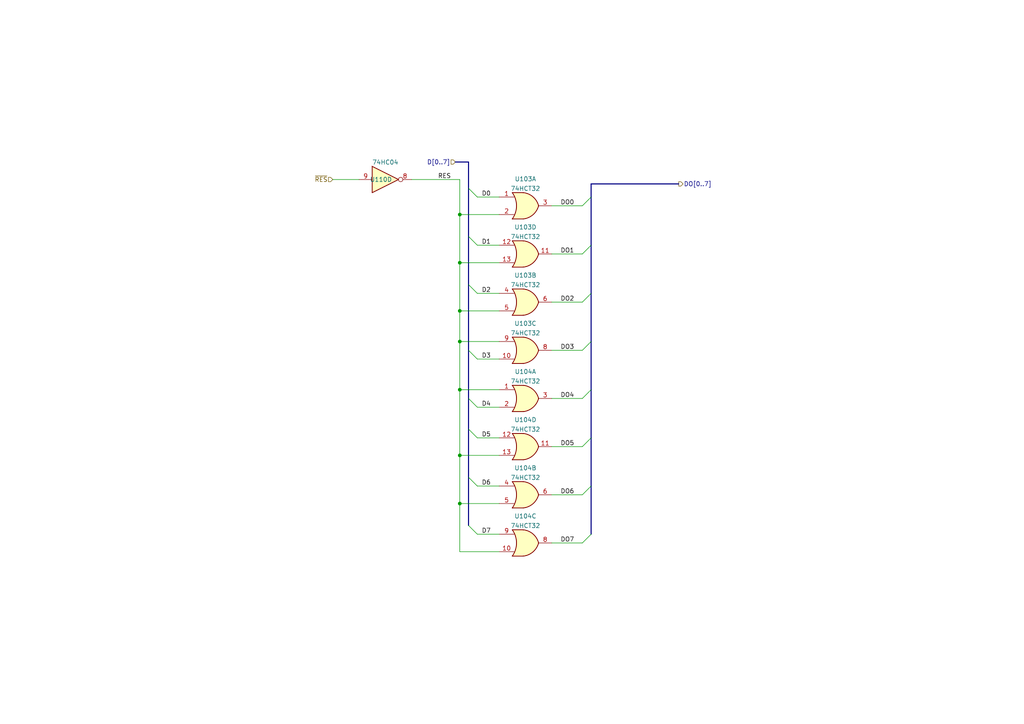
<source format=kicad_sch>
(kicad_sch (version 20211123) (generator eeschema)
  (paper "A4")
  (title_block (title "74HCT6526 Board 1") (date "2023-06-22") (rev "0.2.2") (company "Daniel Molina") (comment 1 "https://github.com/dmolinagarcia/74HCT6526"))
  (lib_symbols
    (symbol "74xx:74HC04"
      (property "Reference" "U" (at 0 1.27 0))
      (property "Value" "74HC04" (at 0 -1.27 0))
      (symbol "74HC04_1_0"
        (polyline (pts (xy -3.81 3.81) (xy -3.81 -3.81) (xy 3.81 0) (xy -3.81 3.81)) (stroke (width 0.254)) (fill (type background)))
        (pin input line (at -7.62 0 0) (length 3.81) (name "~") (number "1"))
        (pin output inverted (at 7.62 0 180) (length 3.81) (name "~") (number "2"))
      )
      (symbol "74HC04_2_0"
        (polyline (pts (xy -3.81 3.81) (xy -3.81 -3.81) (xy 3.81 0) (xy -3.81 3.81)) (stroke (width 0.254)) (fill (type background)))
        (pin input line (at -7.62 0 0) (length 3.81) (name "~") (number "3"))
        (pin output inverted (at 7.62 0 180) (length 3.81) (name "~") (number "4"))
      )
      (symbol "74HC04_3_0"
        (polyline (pts (xy -3.81 3.81) (xy -3.81 -3.81) (xy 3.81 0) (xy -3.81 3.81)) (stroke (width 0.254)) (fill (type background)))
        (pin input line (at -7.62 0 0) (length 3.81) (name "~") (number "5"))
        (pin output inverted (at 7.62 0 180) (length 3.81) (name "~") (number "6"))
      )
      (symbol "74HC04_4_0"
        (polyline (pts (xy -3.81 3.81) (xy -3.81 -3.81) (xy 3.81 0) (xy -3.81 3.81)) (stroke (width 0.254)) (fill (type background)))
        (pin output inverted (at 7.62 0 180) (length 3.81) (name "~") (number "8"))
        (pin input line (at -7.62 0 0) (length 3.81) (name "~") (number "9"))
      )
      (symbol "74HC04_5_0"
        (polyline (pts (xy -3.81 3.81) (xy -3.81 -3.81) (xy 3.81 0) (xy -3.81 3.81)) (stroke (width 0.254)) (fill (type background)))
        (pin output inverted (at 7.62 0 180) (length 3.81) (name "~") (number "10"))
        (pin input line (at -7.62 0 0) (length 3.81) (name "~") (number "11"))
      )
      (symbol "74HC04_6_0"
        (polyline (pts (xy -3.81 3.81) (xy -3.81 -3.81) (xy 3.81 0) (xy -3.81 3.81)) (stroke (width 0.254)) (fill (type background)))
        (pin output inverted (at 7.62 0 180) (length 3.81) (name "~") (number "12"))
        (pin input line (at -7.62 0 0) (length 3.81) (name "~") (number "13"))
      )
      (symbol "74HC04_7_0"
        (pin power_in line (at 0 12.7 270) (length 5.08) (name "VCC") (number "14"))
        (pin power_in line (at 0 -12.7 90) (length 5.08) (name "GND") (number "7"))
      )
      (symbol "74HC04_7_1"
        (rectangle (start -5.08 7.62) (end 5.08 -7.62) (stroke (width 0.254)) (fill (type background)))
      )
    )
    (symbol "74xx:74LS32" (pin_names (offset 1.016))
      (property "Reference" "U" (at 0 1.27 0))
      (property "Value" "74LS32" (at 0 -1.27 0))
      (symbol "74LS32_1_1"
        (arc (start -3.81 -3.81) (mid -2.589 0) (end -3.81 3.81) (stroke (width 0.254)))
        (arc (start -0.6096 -3.81) (mid 2.1855 -2.584) (end 3.81 0) (stroke (width 0.254)) (fill (type background)))
        (polyline (pts (xy -3.81 -3.81) (xy -0.635 -3.81)) (stroke (width 0.254)) (fill (type background)))
        (polyline (pts (xy -3.81 3.81) (xy -0.635 3.81)) (stroke (width 0.254)) (fill (type background)))
        (polyline (pts (xy -0.635 3.81) (xy -3.81 3.81) (xy -3.81 3.81) (xy -3.556 3.4036) (xy -3.0226 2.2606) (xy -2.6924 1.0414) (xy -2.6162 -0.254) (xy -2.7686 -1.4986) (xy -3.175 -2.7178) (xy -3.81 -3.81) (xy -3.81 -3.81) (xy -0.635 -3.81)) (stroke (width -25.4)) (fill (type background)))
        (arc (start 3.81 0) (mid 2.1928 2.5925) (end -0.6096 3.81) (stroke (width 0.254)) (fill (type background)))
        (pin input line (at -7.62 2.54 0) (length 4.318) (name "~") (number "1"))
        (pin input line (at -7.62 -2.54 0) (length 4.318) (name "~") (number "2"))
        (pin output line (at 7.62 0 180) (length 3.81) (name "~") (number "3"))
      )
      (symbol "74LS32_1_2"
        (arc (start 0 -3.81) (mid 3.81 0) (end 0 3.81) (stroke (width 0.254)) (fill (type background)))
        (polyline (pts (xy 0 3.81) (xy -3.81 3.81) (xy -3.81 -3.81) (xy 0 -3.81)) (stroke (width 0.254)) (fill (type background)))
        (pin input inverted (at -7.62 2.54 0) (length 3.81) (name "~") (number "1"))
        (pin input inverted (at -7.62 -2.54 0) (length 3.81) (name "~") (number "2"))
        (pin output inverted (at 7.62 0 180) (length 3.81) (name "~") (number "3"))
      )
      (symbol "74LS32_2_1"
        (arc (start -3.81 -3.81) (mid -2.589 0) (end -3.81 3.81) (stroke (width 0.254)))
        (arc (start -0.6096 -3.81) (mid 2.1855 -2.584) (end 3.81 0) (stroke (width 0.254)) (fill (type background)))
        (polyline (pts (xy -3.81 -3.81) (xy -0.635 -3.81)) (stroke (width 0.254)) (fill (type background)))
        (polyline (pts (xy -3.81 3.81) (xy -0.635 3.81)) (stroke (width 0.254)) (fill (type background)))
        (polyline (pts (xy -0.635 3.81) (xy -3.81 3.81) (xy -3.81 3.81) (xy -3.556 3.4036) (xy -3.0226 2.2606) (xy -2.6924 1.0414) (xy -2.6162 -0.254) (xy -2.7686 -1.4986) (xy -3.175 -2.7178) (xy -3.81 -3.81) (xy -3.81 -3.81) (xy -0.635 -3.81)) (stroke (width -25.4)) (fill (type background)))
        (arc (start 3.81 0) (mid 2.1928 2.5925) (end -0.6096 3.81) (stroke (width 0.254)) (fill (type background)))
        (pin input line (at -7.62 2.54 0) (length 4.318) (name "~") (number "4"))
        (pin input line (at -7.62 -2.54 0) (length 4.318) (name "~") (number "5"))
        (pin output line (at 7.62 0 180) (length 3.81) (name "~") (number "6"))
      )
      (symbol "74LS32_2_2"
        (arc (start 0 -3.81) (mid 3.81 0) (end 0 3.81) (stroke (width 0.254)) (fill (type background)))
        (polyline (pts (xy 0 3.81) (xy -3.81 3.81) (xy -3.81 -3.81) (xy 0 -3.81)) (stroke (width 0.254)) (fill (type background)))
        (pin input inverted (at -7.62 2.54 0) (length 3.81) (name "~") (number "4"))
        (pin input inverted (at -7.62 -2.54 0) (length 3.81) (name "~") (number "5"))
        (pin output inverted (at 7.62 0 180) (length 3.81) (name "~") (number "6"))
      )
      (symbol "74LS32_3_1"
        (arc (start -3.81 -3.81) (mid -2.589 0) (end -3.81 3.81) (stroke (width 0.254)))
        (arc (start -0.6096 -3.81) (mid 2.1855 -2.584) (end 3.81 0) (stroke (width 0.254)) (fill (type background)))
        (polyline (pts (xy -3.81 -3.81) (xy -0.635 -3.81)) (stroke (width 0.254)) (fill (type background)))
        (polyline (pts (xy -3.81 3.81) (xy -0.635 3.81)) (stroke (width 0.254)) (fill (type background)))
        (polyline (pts (xy -0.635 3.81) (xy -3.81 3.81) (xy -3.81 3.81) (xy -3.556 3.4036) (xy -3.0226 2.2606) (xy -2.6924 1.0414) (xy -2.6162 -0.254) (xy -2.7686 -1.4986) (xy -3.175 -2.7178) (xy -3.81 -3.81) (xy -3.81 -3.81) (xy -0.635 -3.81)) (stroke (width -25.4)) (fill (type background)))
        (arc (start 3.81 0) (mid 2.1928 2.5925) (end -0.6096 3.81) (stroke (width 0.254)) (fill (type background)))
        (pin input line (at -7.62 -2.54 0) (length 4.318) (name "~") (number "10"))
        (pin output line (at 7.62 0 180) (length 3.81) (name "~") (number "8"))
        (pin input line (at -7.62 2.54 0) (length 4.318) (name "~") (number "9"))
      )
      (symbol "74LS32_3_2"
        (arc (start 0 -3.81) (mid 3.81 0) (end 0 3.81) (stroke (width 0.254)) (fill (type background)))
        (polyline (pts (xy 0 3.81) (xy -3.81 3.81) (xy -3.81 -3.81) (xy 0 -3.81)) (stroke (width 0.254)) (fill (type background)))
        (pin input inverted (at -7.62 -2.54 0) (length 3.81) (name "~") (number "10"))
        (pin output inverted (at 7.62 0 180) (length 3.81) (name "~") (number "8"))
        (pin input inverted (at -7.62 2.54 0) (length 3.81) (name "~") (number "9"))
      )
      (symbol "74LS32_4_1"
        (arc (start -3.81 -3.81) (mid -2.589 0) (end -3.81 3.81) (stroke (width 0.254)))
        (arc (start -0.6096 -3.81) (mid 2.1855 -2.584) (end 3.81 0) (stroke (width 0.254)) (fill (type background)))
        (polyline (pts (xy -3.81 -3.81) (xy -0.635 -3.81)) (stroke (width 0.254)) (fill (type background)))
        (polyline (pts (xy -3.81 3.81) (xy -0.635 3.81)) (stroke (width 0.254)) (fill (type background)))
        (polyline (pts (xy -0.635 3.81) (xy -3.81 3.81) (xy -3.81 3.81) (xy -3.556 3.4036) (xy -3.0226 2.2606) (xy -2.6924 1.0414) (xy -2.6162 -0.254) (xy -2.7686 -1.4986) (xy -3.175 -2.7178) (xy -3.81 -3.81) (xy -3.81 -3.81) (xy -0.635 -3.81)) (stroke (width -25.4)) (fill (type background)))
        (arc (start 3.81 0) (mid 2.1928 2.5925) (end -0.6096 3.81) (stroke (width 0.254)) (fill (type background)))
        (pin output line (at 7.62 0 180) (length 3.81) (name "~") (number "11"))
        (pin input line (at -7.62 2.54 0) (length 4.318) (name "~") (number "12"))
        (pin input line (at -7.62 -2.54 0) (length 4.318) (name "~") (number "13"))
      )
      (symbol "74LS32_4_2"
        (arc (start 0 -3.81) (mid 3.81 0) (end 0 3.81) (stroke (width 0.254)) (fill (type background)))
        (polyline (pts (xy 0 3.81) (xy -3.81 3.81) (xy -3.81 -3.81) (xy 0 -3.81)) (stroke (width 0.254)) (fill (type background)))
        (pin output inverted (at 7.62 0 180) (length 3.81) (name "~") (number "11"))
        (pin input inverted (at -7.62 2.54 0) (length 3.81) (name "~") (number "12"))
        (pin input inverted (at -7.62 -2.54 0) (length 3.81) (name "~") (number "13"))
      )
      (symbol "74LS32_5_0"
        (pin power_in line (at 0 12.7 270) (length 5.08) (name "VCC") (number "14"))
        (pin power_in line (at 0 -12.7 90) (length 5.08) (name "GND") (number "7"))
      )
      (symbol "74LS32_5_1"
        (rectangle (start -5.08 7.62) (end 5.08 -7.62) (stroke (width 0.254)) (fill (type background)))
      )
    )
  )
  (junction (at 133.35 99.06))
  (junction (at 133.35 62.23))
  (junction (at 133.35 76.2))
  (junction (at 133.35 90.17))
  (junction (at 133.35 146.05))
  (junction (at 133.35 132.08))
  (junction (at 133.35 113.03))
  (bus_entry (at 135.89 152.4) (size 2.54 2.54))
  (bus_entry (at 171.45 154.94) (size -2.54 2.54))
  (bus_entry (at 171.45 140.97) (size -2.54 2.54))
  (bus_entry (at 171.45 127) (size -2.54 2.54))
  (bus_entry (at 171.45 113.03) (size -2.54 2.54))
  (bus_entry (at 171.45 57.15) (size -2.54 2.54))
  (bus_entry (at 171.45 99.06) (size -2.54 2.54))
  (bus_entry (at 171.45 85.09) (size -2.54 2.54))
  (bus_entry (at 171.45 71.12) (size -2.54 2.54))
  (bus_entry (at 135.89 138.43) (size 2.54 2.54))
  (bus_entry (at 135.89 101.6) (size 2.54 2.54))
  (bus_entry (at 135.89 54.61) (size 2.54 2.54))
  (bus_entry (at 135.89 82.55) (size 2.54 2.54))
  (bus_entry (at 135.89 115.57) (size 2.54 2.54))
  (bus_entry (at 135.89 124.46) (size 2.54 2.54))
  (bus_entry (at 135.89 68.58) (size 2.54 2.54))
  (wire (pts (xy 133.35 99.06) (xy 133.35 113.03)))
  (bus (pts (xy 196.85 53.34) (xy 171.45 53.34)))
  (wire (pts (xy 160.02 101.6) (xy 168.91 101.6)))
  (wire (pts (xy 133.35 146.05) (xy 133.35 160.02)))
  (wire (pts (xy 133.35 146.05) (xy 144.78 146.05)))
  (wire (pts (xy 160.02 87.63) (xy 168.91 87.63)))
  (wire (pts (xy 133.35 113.03) (xy 133.35 132.08)))
  (wire (pts (xy 133.35 76.2) (xy 144.78 76.2)))
  (bus (pts (xy 135.89 138.43) (xy 135.89 152.4)))
  (bus (pts (xy 135.89 124.46) (xy 135.89 138.43)))
  (wire (pts (xy 133.35 132.08) (xy 133.35 146.05)))
  (wire (pts (xy 133.35 90.17) (xy 144.78 90.17)))
  (wire (pts (xy 96.52 52.07) (xy 104.14 52.07)))
  (wire (pts (xy 133.35 113.03) (xy 144.78 113.03)))
  (bus (pts (xy 135.89 82.55) (xy 135.89 101.6)))
  (bus (pts (xy 132.08 46.99) (xy 135.89 46.99)))
  (bus (pts (xy 171.45 57.15) (xy 171.45 71.12)))
  (wire (pts (xy 138.43 127) (xy 144.78 127)))
  (wire (pts (xy 133.35 52.07) (xy 133.35 62.23)))
  (bus (pts (xy 171.45 113.03) (xy 171.45 127)))
  (bus (pts (xy 135.89 54.61) (xy 135.89 68.58)))
  (wire (pts (xy 138.43 85.09) (xy 144.78 85.09)))
  (wire (pts (xy 133.35 132.08) (xy 144.78 132.08)))
  (bus (pts (xy 171.45 140.97) (xy 171.45 154.94)))
  (wire (pts (xy 138.43 154.94) (xy 144.78 154.94)))
  (wire (pts (xy 160.02 115.57) (xy 168.91 115.57)))
  (wire (pts (xy 133.35 160.02) (xy 144.78 160.02)))
  (wire (pts (xy 133.35 62.23) (xy 133.35 76.2)))
  (wire (pts (xy 138.43 104.14) (xy 144.78 104.14)))
  (bus (pts (xy 135.89 115.57) (xy 135.89 124.46)))
  (wire (pts (xy 119.38 52.07) (xy 133.35 52.07)))
  (wire (pts (xy 138.43 57.15) (xy 144.78 57.15)))
  (bus (pts (xy 171.45 99.06) (xy 171.45 113.03)))
  (bus (pts (xy 171.45 53.34) (xy 171.45 57.15)))
  (bus (pts (xy 171.45 85.09) (xy 171.45 99.06)))
  (bus (pts (xy 171.45 71.12) (xy 171.45 85.09)))
  (wire (pts (xy 133.35 62.23) (xy 144.78 62.23)))
  (bus (pts (xy 135.89 101.6) (xy 135.89 115.57)))
  (wire (pts (xy 133.35 99.06) (xy 144.78 99.06)))
  (wire (pts (xy 160.02 73.66) (xy 168.91 73.66)))
  (wire (pts (xy 133.35 90.17) (xy 133.35 99.06)))
  (wire (pts (xy 138.43 140.97) (xy 144.78 140.97)))
  (wire (pts (xy 160.02 157.48) (xy 168.91 157.48)))
  (wire (pts (xy 160.02 59.69) (xy 168.91 59.69)))
  (wire (pts (xy 133.35 76.2) (xy 133.35 90.17)))
  (wire (pts (xy 160.02 143.51) (xy 168.91 143.51)))
  (wire (pts (xy 138.43 71.12) (xy 144.78 71.12)))
  (bus (pts (xy 171.45 127) (xy 171.45 140.97)))
  (bus (pts (xy 135.89 46.99) (xy 135.89 54.61)))
  (wire (pts (xy 160.02 129.54) (xy 168.91 129.54)))
  (wire (pts (xy 138.43 118.11) (xy 144.78 118.11)))
  (bus (pts (xy 135.89 68.58) (xy 135.89 82.55)))
  (label "DO1" (at 162.56 73.66 0))
  (label "D1" (at 139.7 71.12 0))
  (label "DO0" (at 162.56 59.69 0))
  (label "D7" (at 139.7 154.94 0))
  (label "D0" (at 139.7 57.15 0))
  (label "DO2" (at 162.56 87.63 0))
  (label "D5" (at 139.7 127 0))
  (label "RES" (at 127 52.07 0))
  (label "D4" (at 139.7 118.11 0))
  (label "D6" (at 139.7 140.97 0))
  (label "DO4" (at 162.56 115.57 0))
  (label "DO3" (at 162.56 101.6 0))
  (label "D2" (at 139.7 85.09 0))
  (label "DO7" (at 162.56 157.48 0))
  (label "DO5" (at 162.56 129.54 0))
  (label "D3" (at 139.7 104.14 0))
  (label "DO6" (at 162.56 143.51 0))
  (hierarchical_label "~{RES}" (shape input) (at 96.52 52.07 180))
  (hierarchical_label "DO[0..7]" (shape output) (at 196.85 53.34 0))
  (hierarchical_label "D[0..7]" (shape input) (at 132.08 46.99 180))
  (symbol (lib_id "74xx:74LS32") (at 152.4 59.69 0) (unit 1)
    (property "Reference" "U103" (at 152.4 51.9135 0))
    (property "Value" "74HCT32" (at 152.4 54.6886 0))
    (property "Footprint" "Package_SO:SO-14_3.9x8.65mm_P1.27mm" (effects hide))
    (property "Datasheet" "http://www.ti.com/lit/gpn/sn74LS32" (effects hide))
  )
  (symbol (lib_id "74xx:74LS32") (at 152.4 73.66 0) (unit 4)
    (property "Reference" "U103" (at 152.4 65.8835 0))
    (property "Value" "74HCT32" (at 152.4 68.6586 0))
    (property "Footprint" "Package_SO:SO-14_3.9x8.65mm_P1.27mm" (effects hide))
    (property "Datasheet" "http://www.ti.com/lit/gpn/sn74LS32" (effects hide))
  )
  (symbol (lib_id "74xx:74LS32") (at 152.4 157.48 0) (unit 3)
    (property "Reference" "U104" (at 152.4 149.7035 0))
    (property "Value" "74HCT32" (at 152.4 152.4786 0))
    (property "Footprint" "Package_SO:SO-14_3.9x8.65mm_P1.27mm" (effects hide))
    (property "Datasheet" "http://www.ti.com/lit/gpn/sn74LS32" (effects hide))
  )
  (symbol (lib_id "74xx:74LS32") (at 152.4 129.54 0) (unit 4)
    (property "Reference" "U104" (at 152.4 121.7635 0))
    (property "Value" "74HCT32" (at 152.4 124.5386 0))
    (property "Footprint" "Package_SO:SO-14_3.9x8.65mm_P1.27mm" (effects hide))
    (property "Datasheet" "http://www.ti.com/lit/gpn/sn74LS32" (effects hide))
  )
  (symbol (lib_id "74xx:74LS32") (at 152.4 143.51 0) (unit 2)
    (property "Reference" "U104" (at 152.4 135.7335 0))
    (property "Value" "74HCT32" (at 152.4 138.5086 0))
    (property "Footprint" "Package_SO:SO-14_3.9x8.65mm_P1.27mm" (effects hide))
    (property "Datasheet" "http://www.ti.com/lit/gpn/sn74LS32" (effects hide))
  )
  (symbol (lib_id "74xx:74LS32") (at 152.4 101.6 0) (unit 3)
    (property "Reference" "U103" (at 152.4 93.8235 0))
    (property "Value" "74HCT32" (at 152.4 96.5986 0))
    (property "Footprint" "Package_SO:SO-14_3.9x8.65mm_P1.27mm" (effects hide))
    (property "Datasheet" "http://www.ti.com/lit/gpn/sn74LS32" (effects hide))
  )
  (symbol (lib_id "74xx:74LS32") (at 152.4 115.57 0) (unit 1)
    (property "Reference" "U104" (at 152.4 107.7935 0))
    (property "Value" "74HCT32" (at 152.4 110.5686 0))
    (property "Footprint" "Package_SO:SO-14_3.9x8.65mm_P1.27mm" (effects hide))
    (property "Datasheet" "http://www.ti.com/lit/gpn/sn74LS32" (effects hide))
  )
  (symbol (lib_id "74xx:74LS32") (at 152.4 87.63 0) (unit 2)
    (property "Reference" "U103" (at 152.4 79.8535 0))
    (property "Value" "74HCT32" (at 152.4 82.6286 0))
    (property "Footprint" "Package_SO:SO-14_3.9x8.65mm_P1.27mm" (effects hide))
    (property "Datasheet" "http://www.ti.com/lit/gpn/sn74LS32" (effects hide))
  )
  (symbol (lib_id "74xx:74HC04") (at 111.76 52.07 0) (unit 4)
    (property "Reference" "U110" (at 110.49 52.07 0))
    (property "Value" "74HC04" (at 111.76 47.0686 0))
    (property "Footprint" "Package_SO:SOIC-14_3.9x8.7mm_P1.27mm" (effects hide))
    (property "Datasheet" "https://assets.nexperia.com/documents/data-sheet/74HC_HCT04.pdf" (effects hide))
  )
)
</source>
